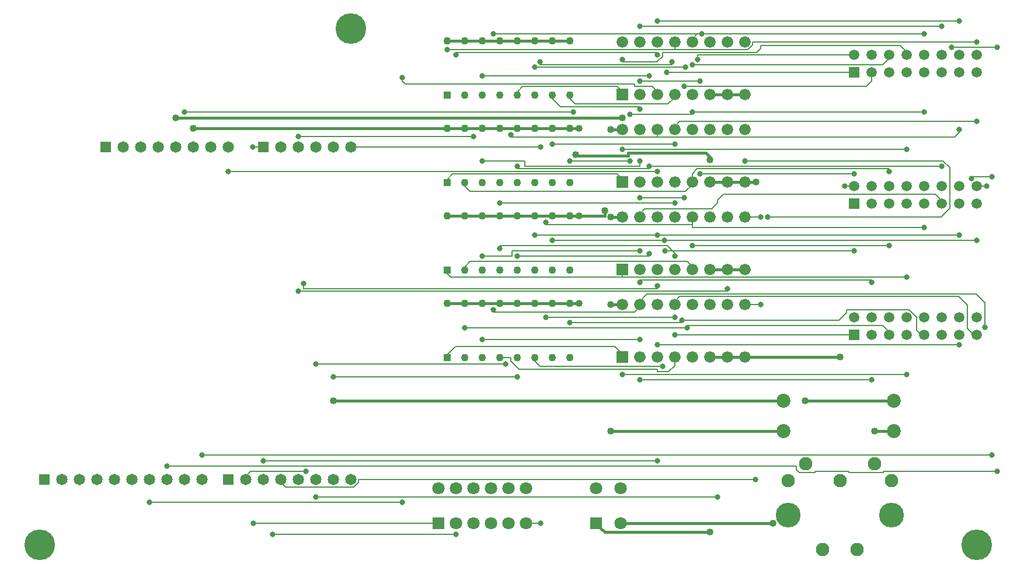
<source format=gbr>
G04 EasyPC Gerber Version 21.0.3 Build 4286 *
%FSLAX35Y35*%
%MOIN*%
%ADD18R,0.04283X0.04283*%
%ADD70R,0.05945X0.05945*%
%ADD85R,0.06496X0.06496*%
%ADD16R,0.06600X0.06600*%
%ADD94R,0.07087X0.07087*%
%ADD87C,0.00800*%
%ADD88C,0.01500*%
%ADD24C,0.03200*%
%ADD25C,0.04000*%
%ADD19C,0.04283*%
%ADD71C,0.05945*%
%ADD86C,0.06496*%
%ADD17C,0.06600*%
%ADD95C,0.07087*%
%ADD82C,0.07677*%
%ADD84C,0.07972*%
%ADD83C,0.14173*%
%ADD100C,0.17500*%
X0Y0D02*
D02*
D16*
X355250Y130250D03*
Y180250D03*
Y230250D03*
Y280250D03*
D02*
D17*
Y160250D03*
Y210250D03*
Y260250D03*
Y310250D03*
X365250Y130250D03*
Y160250D03*
Y180250D03*
Y210250D03*
Y230250D03*
Y260250D03*
Y280250D03*
Y310250D03*
X375250Y130250D03*
Y160250D03*
Y180250D03*
Y210250D03*
Y230250D03*
Y260250D03*
Y280250D03*
Y310250D03*
X385250Y130250D03*
Y160250D03*
Y180250D03*
Y210250D03*
Y230250D03*
Y260250D03*
Y280250D03*
Y310250D03*
X395250Y130250D03*
Y160250D03*
Y180250D03*
Y210250D03*
Y230250D03*
Y260250D03*
Y280250D03*
Y310250D03*
X405250Y130250D03*
Y160250D03*
Y180250D03*
Y210250D03*
Y230250D03*
Y260250D03*
Y280250D03*
Y310250D03*
X415250Y130250D03*
Y160250D03*
Y180250D03*
Y210250D03*
Y230250D03*
Y260250D03*
Y280250D03*
Y310250D03*
X425250Y130250D03*
Y160250D03*
Y180250D03*
Y210250D03*
Y230250D03*
Y260250D03*
Y280250D03*
Y310250D03*
D02*
D18*
X255250Y129758D03*
Y179758D03*
Y229758D03*
Y279758D03*
D02*
D19*
Y160742D03*
Y210742D03*
Y260742D03*
Y310742D03*
X265250Y129758D03*
Y160742D03*
Y179758D03*
Y210742D03*
Y229758D03*
Y260742D03*
Y279758D03*
Y310742D03*
X275250Y129758D03*
Y160742D03*
Y179758D03*
Y210742D03*
Y229758D03*
Y260742D03*
Y279758D03*
Y310742D03*
X285250Y129758D03*
Y160742D03*
Y179758D03*
Y210742D03*
Y229758D03*
Y260742D03*
Y279758D03*
Y310742D03*
X295250Y129758D03*
Y160742D03*
Y179758D03*
Y210742D03*
Y229758D03*
Y260742D03*
Y279758D03*
Y310742D03*
X305250Y129758D03*
Y160742D03*
Y179758D03*
Y210742D03*
Y229758D03*
Y260742D03*
Y279758D03*
Y310742D03*
X315250Y129758D03*
Y160742D03*
Y179758D03*
Y210742D03*
Y229758D03*
Y260742D03*
Y279758D03*
Y310742D03*
X325250Y129758D03*
Y160742D03*
Y179758D03*
Y210742D03*
Y229758D03*
Y260742D03*
Y279758D03*
Y310742D03*
D02*
D70*
X487750Y142750D03*
Y217750D03*
Y292750D03*
D02*
D71*
Y152750D03*
Y227750D03*
Y302750D03*
X497750Y142750D03*
Y152750D03*
Y217750D03*
Y227750D03*
Y292750D03*
Y302750D03*
X507750Y142750D03*
Y152750D03*
Y217750D03*
Y227750D03*
Y292750D03*
Y302750D03*
X517750Y142750D03*
Y152750D03*
Y217750D03*
Y227750D03*
Y292750D03*
Y302750D03*
X527750Y142750D03*
Y152750D03*
Y217750D03*
Y227750D03*
Y292750D03*
Y302750D03*
X537750Y142750D03*
Y152750D03*
Y217750D03*
Y227750D03*
Y292750D03*
Y302750D03*
X547750Y142750D03*
Y152750D03*
Y217750D03*
Y227750D03*
Y292750D03*
Y302750D03*
X557750Y142750D03*
Y152750D03*
Y217750D03*
Y227750D03*
Y292750D03*
Y302750D03*
D02*
D24*
X85250Y47250D03*
X95250Y67750D03*
X105250Y270250D03*
X115250Y74250D03*
X130250Y236250D03*
X144250Y250250D03*
X144750Y35250D03*
X150250Y70750D03*
X155750Y28750D03*
X170250Y167750D03*
Y256250D03*
X173250Y172250D03*
X174750Y64750D03*
X180250Y50250D03*
Y126250D03*
X190250Y118750D03*
X229750Y47250D03*
Y289750D03*
X255250Y305750D03*
X260250Y28750D03*
Y302750D03*
X265250Y146750D03*
X270250Y256250D03*
X275250Y140250D03*
Y187750D03*
Y242250D03*
Y290750D03*
X281750Y157250D03*
Y314750D03*
X285250Y192250D03*
Y218250D03*
X288750Y126250D03*
X291750Y257250D03*
X295250Y118750D03*
Y187750D03*
Y239250D03*
X305250Y199750D03*
Y295750D03*
X308250Y298750D03*
X308750Y35250D03*
Y250250D03*
X311750Y152750D03*
Y207250D03*
X315250Y196750D03*
Y251750D03*
X325250Y149750D03*
Y242250D03*
X327250Y270250D03*
X355250Y120250D03*
Y248750D03*
Y300250D03*
X359750Y242250D03*
Y268750D03*
X365250Y117250D03*
Y140250D03*
Y172750D03*
Y190750D03*
Y221250D03*
Y242250D03*
Y271750D03*
Y287750D03*
Y319250D03*
X370750Y189250D03*
Y239250D03*
Y290750D03*
X375250Y70750D03*
Y137250D03*
Y170750D03*
Y199750D03*
Y236250D03*
Y302750D03*
Y322250D03*
X378250Y124750D03*
X379250Y196750D03*
X379750Y190750D03*
X380750Y292750D03*
X383750Y298750D03*
X385250Y142750D03*
Y152750D03*
Y187750D03*
Y218250D03*
Y251750D03*
X389250Y151250D03*
X390750Y221250D03*
Y284750D03*
X391250Y295750D03*
X392250Y146750D03*
X395250Y193750D03*
Y270250D03*
Y297250D03*
X398250Y300250D03*
X399750Y234750D03*
Y287750D03*
X400750Y314750D03*
X409750Y50250D03*
X415250Y169250D03*
X425250Y242250D03*
X431250Y60250D03*
X434250Y160250D03*
Y210250D03*
X438250D03*
X482250Y227750D03*
X487750Y190750D03*
Y234750D03*
Y302750D03*
X497750Y117250D03*
Y172750D03*
X507750Y193750D03*
Y236250D03*
X517750Y120250D03*
Y175750D03*
Y248750D03*
X527750Y204250D03*
Y270250D03*
Y314750D03*
X537750Y239250D03*
Y319250D03*
X543250Y307250D03*
X547750Y137250D03*
Y199750D03*
Y260250D03*
Y322250D03*
X554750Y232250D03*
X557750Y196750D03*
Y264750D03*
Y310250D03*
X562250Y147250D03*
X563250Y227750D03*
X566250Y74250D03*
Y233250D03*
X569250Y64750D03*
Y307250D03*
D02*
D25*
X100250Y266750D03*
X110250Y260750D03*
X190250Y105250D03*
X328750Y245750D03*
X330750Y160750D03*
Y210750D03*
Y260750D03*
X345250Y213750D03*
X348750Y87750D03*
Y160250D03*
Y210250D03*
Y260250D03*
X355250Y266750D03*
X405250Y30250D03*
Y242750D03*
X431750Y230250D03*
X441250Y35250D03*
X459750Y105250D03*
X479750Y130250D03*
X499250Y87750D03*
D02*
D82*
X450093Y59463D03*
X459935Y69305D03*
X469778Y20093D03*
X479620Y59463D03*
X489463Y20093D03*
X499305Y69305D03*
X509148Y59463D03*
D02*
D83*
X450093Y39778D03*
X509148D03*
D02*
D84*
X447258Y87750D03*
Y105250D03*
X510250Y87750D03*
Y105250D03*
D02*
D85*
X25250Y60250D03*
X60250Y250250D03*
X130250Y60250D03*
X150250Y250250D03*
D02*
D86*
X35250Y60250D03*
X45250D03*
X55250D03*
X65250D03*
X70250Y250250D03*
X75250Y60250D03*
X80250Y250250D03*
X85250Y60250D03*
X90250Y250250D03*
X95250Y60250D03*
X100250Y250250D03*
X105250Y60250D03*
X110250Y250250D03*
X115250Y60250D03*
X120250Y250250D03*
X130250D03*
X140250Y60250D03*
X150250D03*
X160250D03*
Y250250D03*
X170250Y60250D03*
Y250250D03*
X180250Y60250D03*
Y250250D03*
X190250Y60250D03*
Y250250D03*
X200250Y60250D03*
Y250250D03*
D02*
D87*
X144250D02*
X150250D01*
X144750Y35250D02*
X250250D01*
X170250Y256250D02*
X270250D01*
X174750Y64750D02*
X142982D01*
X140250Y62018*
Y60250*
X180250Y50250D02*
X409750D01*
X229750Y47250D02*
X85250D01*
X229750Y289750D02*
Y287982D01*
X231482Y286250*
X362250*
Y284750*
X372518*
X375250Y282018*
Y280250*
X260250Y28750D02*
X155750D01*
X260250Y302750D02*
Y304250D01*
X375250*
Y302750*
X265250Y146750D02*
X392250D01*
X265250Y179758D02*
Y181526D01*
X268474Y184750*
X392518*
X395250Y182018*
Y180250*
X275250Y187750D02*
X292250D01*
Y190750*
X365250*
X281750Y157250D02*
Y155750D01*
X362518*
X365250Y158482*
Y160250*
X281750Y314750D02*
X400750D01*
X288750Y126250D02*
X180250D01*
X295250Y118750D02*
X190250D01*
X305250Y199750D02*
X375250D01*
X308750Y35250D02*
X300250D01*
X308750Y250250D02*
X200250D01*
X311750Y152750D02*
X385250D01*
X315250Y196750D02*
X379250D01*
X315250Y251750D02*
X385250D01*
X325250Y149750D02*
X389250D01*
Y151250*
X327250Y270250D02*
X105250D01*
X355250Y120250D02*
X517750D01*
X355250Y130250D02*
Y132018D01*
X351018Y136250*
X259974*
X255250Y131526*
Y129758*
X355250Y175750D02*
Y180250D01*
Y175750D02*
X257490D01*
X255250Y177990*
Y179758*
X355250Y175750D02*
X517750D01*
X355250Y230250D02*
Y232018D01*
X352518Y234750*
X258474*
X255250Y231526*
Y229758*
X355250Y248750D02*
X517750D01*
X355250Y280250D02*
Y282018D01*
X352518Y284750*
X298474*
X295250Y281526*
Y279758*
X355250Y300250D02*
Y298750D01*
X375069*
X378250Y301931*
Y304250*
X432018*
X434250Y306482*
Y308250*
X514018*
X517750Y304518*
Y302750*
X359750Y242250D02*
X325250D01*
X365250Y117250D02*
X497750D01*
X365250Y140250D02*
X275250D01*
X365250Y172750D02*
Y174250D01*
X497750*
Y172750*
X365250Y242250D02*
Y239250D01*
X299750*
Y242250*
X275250*
X365250Y271750D02*
Y273250D01*
X319990*
X315250Y277990*
Y279758*
X365250Y319250D02*
X537750D01*
X370750Y189250D02*
Y187750D01*
X295250*
X370750Y239250D02*
Y237750D01*
X295250*
Y239250*
X370750Y290750D02*
X275250D01*
X375250Y70750D02*
X150250D01*
X375250Y170750D02*
Y169250D01*
X173250*
Y172250*
X375250Y199750D02*
X547750D01*
X375250Y236250D02*
X130250D01*
X375250Y255750D02*
Y260250D01*
Y255750D02*
X545018D01*
X547750Y258482*
Y260250*
X375250Y255750D02*
X291750D01*
Y257250*
X375250Y322250D02*
X547750D01*
X378250Y124750D02*
X308490D01*
X305250Y127990*
Y129758*
X379250Y196750D02*
X557750D01*
X379750Y190750D02*
X487750D01*
X380750Y292750D02*
X487750D01*
X383750Y298750D02*
Y297250D01*
X308250*
Y298750*
X385250Y130250D02*
Y125116D01*
X381884Y121750*
X375250*
Y123250*
X296490*
X291750Y127990*
Y129758*
X285250*
X385250Y142750D02*
X487750D01*
X385250Y160250D02*
Y162018D01*
X387982Y164750*
X547250*
X552250Y159750*
Y146482*
X555982Y142750*
X557750*
X385250Y187750D02*
Y189518D01*
X381018Y193750*
X285250*
Y192250*
X385250Y218250D02*
X285250D01*
X385250Y280250D02*
Y278482D01*
X381518Y274750*
X328490*
X325250Y277990*
Y279758*
X385250Y305750D02*
Y310250D01*
Y305750D02*
X427018D01*
X429750Y308482*
Y310250*
X557750*
X385250Y305750D02*
X255250D01*
X389250Y151250D02*
X479018D01*
X483250Y155482*
Y157250*
X519011*
X523250Y153011*
Y145482*
X525982Y142750*
X527750*
X390750Y221250D02*
X365250D01*
X390750Y284750D02*
X494634D01*
X497750Y287866*
Y292750*
X391250Y295750D02*
X305250D01*
X392250Y146750D02*
Y148250D01*
X504018*
X507750Y144518*
Y142750*
X395250Y193750D02*
X507750D01*
X395250Y205750D02*
Y210250D01*
Y205750D02*
Y204250D01*
X527750*
X395250Y205750D02*
X311750D01*
Y207250*
X395250Y230250D02*
Y228482D01*
X391518Y224750*
X268490*
X265250Y227990*
Y229758*
X395250Y270250D02*
Y268750D01*
X359750*
X395250Y297250D02*
X504018D01*
X507750Y300982*
Y302750*
X398250Y300250D02*
Y302750D01*
X487750*
X399750Y234750D02*
X487750D01*
X399750Y287750D02*
X365250D01*
X415250Y169250D02*
Y167750D01*
X170250*
X425250Y242250D02*
X538570D01*
X542250Y238570*
Y215250*
X537250Y210250*
X438250*
X431250Y60250D02*
X204750D01*
Y58482*
X202018Y55750*
X162982*
X160250Y58482*
Y60250*
X434250Y160250D02*
X425250D01*
X434250Y210250D02*
X425250D01*
X482250Y227750D02*
X487750D01*
Y302750D02*
X507750Y236250*
Y237750D01*
X398116*
X395250Y234884*
Y230250*
X527750Y270250D02*
X395250D01*
X527750Y314750D02*
X397982D01*
X395250Y312018*
Y310250*
X537750Y217750D02*
Y219518D01*
X534018Y223250*
X413116*
X409750Y219884*
Y218116*
X406384Y214750*
X367982*
X365250Y212018*
Y210250*
X537750Y239250D02*
X370750D01*
X543250Y307250D02*
X569250D01*
X547750Y137250D02*
X375250D01*
X554750Y232250D02*
Y233250D01*
X566250*
X557750Y264750D02*
X387982D01*
X385250Y262018*
Y260250*
X562250Y147250D02*
Y161250D01*
X557250Y166250*
X369482*
X365250Y162018*
Y160250*
X563250Y227750D02*
X557750D01*
X566250Y74250D02*
X115250D01*
X569250Y64750D02*
X504250D01*
Y64250*
X484750*
Y64750*
X465250*
Y64250*
X456482*
X454750Y65982*
Y67750*
X95250*
D02*
D88*
X110250Y260750D02*
X255250D01*
Y260742*
X190250Y105250D02*
X447258D01*
X255250Y260742D02*
X265250D01*
Y160742D02*
X275250D01*
X265250D02*
X255250D01*
X265250Y210742D02*
X275250D01*
X265250D02*
X255250D01*
X265250Y260742D02*
X275250D01*
X265250Y310742D02*
X275250D01*
X265250D02*
X255250D01*
X275250Y160742D02*
X285250D01*
X275250Y210742D02*
X285250D01*
X275250Y260742D02*
X285250D01*
X275250Y310742D02*
X285250D01*
Y160742D02*
X295250D01*
X285250Y210742D02*
X295250D01*
X285250Y260742D02*
X295250D01*
X285250Y310742D02*
X295250D01*
Y160742D02*
X305250D01*
X295250Y210742D02*
X305250D01*
X295250Y260742D02*
X305250D01*
X295250Y310742D02*
X305250D01*
Y160742D02*
X315250D01*
X305250Y210742D02*
X315250D01*
X305250Y260742D02*
X315250D01*
X305250Y310742D02*
X315250D01*
Y160742D02*
X325250D01*
X315250Y210742D02*
X325250D01*
X315250Y260742D02*
X325250D01*
X315250Y310742D02*
X325250D01*
X330750Y160750D02*
X325250D01*
Y160742*
X330750Y210750D02*
X325250D01*
Y210742*
X330750Y260750D02*
X325250D01*
Y260742*
X345250Y213750D02*
Y210750D01*
X330750*
X348750Y87750D02*
X447258D01*
X348750Y160250D02*
X355250D01*
X348750Y210250D02*
X355250D01*
X348750Y260250D02*
X355250D01*
Y266750D02*
X100250D01*
X405250Y30250D02*
X345250D01*
X340250Y34518*
Y35250*
X405250Y242750D02*
Y244518D01*
X403018Y246750*
X358750*
Y245250*
X328750*
Y245750*
X415250Y130250D02*
X405250D01*
X415250Y180250D02*
X425250D01*
X415250D02*
X405250D01*
X415250Y230250D02*
X405250D01*
X415250Y280250D02*
X425250D01*
X415250D02*
X405250D01*
X425250Y130250D02*
X415250D01*
X425250Y230250D02*
X415250D01*
X431750D02*
X425250D01*
X441250Y35250D02*
X354250D01*
X459750Y105250D02*
X510250D01*
X479750Y130250D02*
X425250D01*
X499250Y87750D02*
X510250D01*
D02*
D94*
X250250Y35250D03*
X340250D03*
D02*
D95*
X250250Y55250D03*
X260250Y35250D03*
Y55250D03*
X270250Y35250D03*
Y55250D03*
X280250Y35250D03*
Y55250D03*
X290250Y35250D03*
Y55250D03*
X300250Y35250D03*
Y55250D03*
X340250D03*
X354250Y35250D03*
Y55250D03*
D02*
D100*
X22750Y22750D03*
X200250Y317750D03*
X557750Y22750D03*
X0Y0D02*
M02*

</source>
